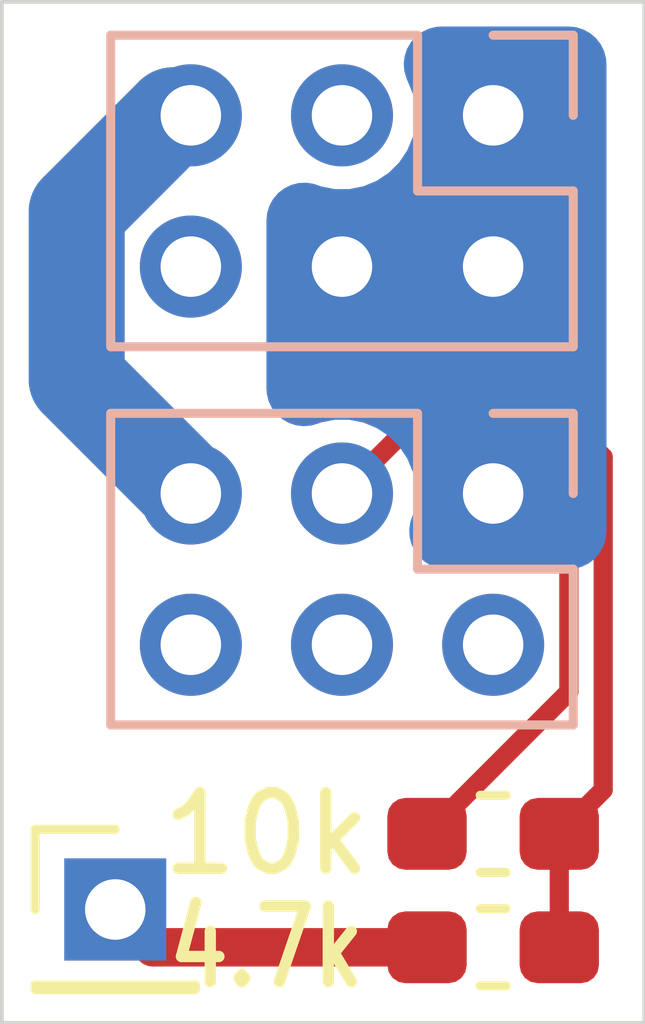
<source format=kicad_pcb>
(kicad_pcb (version 20171130) (host pcbnew 5.1.6~rc1+dfsg1-1)

  (general
    (thickness 1.6)
    (drawings 4)
    (tracks 19)
    (zones 0)
    (modules 5)
    (nets 5)
  )

  (page A4)
  (layers
    (0 F.Cu signal)
    (31 B.Cu signal)
    (32 B.Adhes user)
    (33 F.Adhes user)
    (34 B.Paste user)
    (35 F.Paste user)
    (36 B.SilkS user)
    (37 F.SilkS user)
    (38 B.Mask user)
    (39 F.Mask user)
    (40 Dwgs.User user)
    (41 Cmts.User user)
    (42 Eco1.User user)
    (43 Eco2.User user)
    (44 Edge.Cuts user)
    (45 Margin user)
    (46 B.CrtYd user)
    (47 F.CrtYd user)
    (48 B.Fab user)
    (49 F.Fab user)
  )

  (setup
    (last_trace_width 0.508)
    (user_trace_width 0.254)
    (user_trace_width 0.381)
    (user_trace_width 0.508)
    (user_trace_width 0.762)
    (user_trace_width 1.27)
    (user_trace_width 2.159)
    (trace_clearance 0.2)
    (zone_clearance 0.3)
    (zone_45_only yes)
    (trace_min 0.2)
    (via_size 0.8)
    (via_drill 0.4)
    (via_min_size 0.4)
    (via_min_drill 0.3)
    (uvia_size 0.3)
    (uvia_drill 0.1)
    (uvias_allowed no)
    (uvia_min_size 0.2)
    (uvia_min_drill 0.1)
    (edge_width 0.05)
    (segment_width 0.2)
    (pcb_text_width 0.3)
    (pcb_text_size 1.5 1.5)
    (mod_edge_width 0.12)
    (mod_text_size 1 1)
    (mod_text_width 0.15)
    (pad_size 1.524 1.524)
    (pad_drill 0.762)
    (pad_to_mask_clearance 0.051)
    (solder_mask_min_width 0.25)
    (aux_axis_origin 0 0)
    (visible_elements FFFFFF7F)
    (pcbplotparams
      (layerselection 0x010fc_ffffffff)
      (usegerberextensions true)
      (usegerberattributes false)
      (usegerberadvancedattributes false)
      (creategerberjobfile false)
      (excludeedgelayer true)
      (linewidth 0.100000)
      (plotframeref false)
      (viasonmask false)
      (mode 1)
      (useauxorigin false)
      (hpglpennumber 1)
      (hpglpenspeed 20)
      (hpglpendiameter 15.000000)
      (psnegative false)
      (psa4output false)
      (plotreference true)
      (plotvalue true)
      (plotinvisibletext false)
      (padsonsilk false)
      (subtractmaskfromsilk false)
      (outputformat 1)
      (mirror false)
      (drillshape 0)
      (scaleselection 1)
      (outputdirectory "gerbers"))
  )

  (net 0 "")
  (net 1 +12V)
  (net 2 GND)
  (net 3 "Net-(J4-Pad1)")
  (net 4 "Net-(J2-Pad3)")

  (net_class Default "This is the default net class."
    (clearance 0.2)
    (trace_width 0.25)
    (via_dia 0.8)
    (via_drill 0.4)
    (uvia_dia 0.3)
    (uvia_drill 0.1)
    (add_net +12V)
    (add_net GND)
    (add_net "Net-(J1-Pad3)")
    (add_net "Net-(J1-Pad6)")
    (add_net "Net-(J2-Pad2)")
    (add_net "Net-(J2-Pad3)")
    (add_net "Net-(J2-Pad4)")
    (add_net "Net-(J2-Pad6)")
    (add_net "Net-(J4-Pad1)")
  )

  (module Connector_PinSocket_2.00mm:PinSocket_2x03_P2.00mm_Vertical (layer B.Cu) (tedit 5A19A428) (tstamp 5EE4B43C)
    (at 84 26.5 90)
    (descr "Through hole straight socket strip, 2x03, 2.00mm pitch, double cols (from Kicad 4.0.7), script generated")
    (tags "Through hole socket strip THT 2x03 2.00mm double row")
    (path /5EE4AC98)
    (fp_text reference J2 (at -1 2.5 270) (layer B.SilkS) hide
      (effects (font (size 1 1) (thickness 0.15)) (justify mirror))
    )
    (fp_text value FAN_OUT (at -1 -6.5 270) (layer B.Fab) hide
      (effects (font (size 1 1) (thickness 0.15)) (justify mirror))
    )
    (fp_text user %R (at -1 -2) (layer B.Fab) hide
      (effects (font (size 1 1) (thickness 0.15)) (justify mirror))
    )
    (fp_line (start -3 1) (end 0 1) (layer B.Fab) (width 0.1))
    (fp_line (start 0 1) (end 1 0) (layer B.Fab) (width 0.1))
    (fp_line (start 1 0) (end 1 -5) (layer B.Fab) (width 0.1))
    (fp_line (start 1 -5) (end -3 -5) (layer B.Fab) (width 0.1))
    (fp_line (start -3 -5) (end -3 1) (layer B.Fab) (width 0.1))
    (fp_line (start -3.06 1.06) (end -1 1.06) (layer B.SilkS) (width 0.12))
    (fp_line (start -3.06 1.06) (end -3.06 -5.06) (layer B.SilkS) (width 0.12))
    (fp_line (start -3.06 -5.06) (end 1.06 -5.06) (layer B.SilkS) (width 0.12))
    (fp_line (start 1.06 -1) (end 1.06 -5.06) (layer B.SilkS) (width 0.12))
    (fp_line (start -1 -1) (end 1.06 -1) (layer B.SilkS) (width 0.12))
    (fp_line (start -1 1.06) (end -1 -1) (layer B.SilkS) (width 0.12))
    (fp_line (start 1.06 1.06) (end 1.06 0) (layer B.SilkS) (width 0.12))
    (fp_line (start 0 1.06) (end 1.06 1.06) (layer B.SilkS) (width 0.12))
    (fp_line (start -3.5 1.5) (end 1.5 1.5) (layer B.CrtYd) (width 0.05))
    (fp_line (start 1.5 1.5) (end 1.5 -5.5) (layer B.CrtYd) (width 0.05))
    (fp_line (start 1.5 -5.5) (end -3.5 -5.5) (layer B.CrtYd) (width 0.05))
    (fp_line (start -3.5 -5.5) (end -3.5 1.5) (layer B.CrtYd) (width 0.05))
    (pad 6 thru_hole oval (at -2 -4 90) (size 1.35 1.35) (drill 0.8) (layers *.Cu *.Mask))
    (pad 5 thru_hole oval (at 0 -4 90) (size 1.35 1.35) (drill 0.8) (layers *.Cu *.Mask)
      (net 1 +12V))
    (pad 4 thru_hole oval (at -2 -2 90) (size 1.35 1.35) (drill 0.8) (layers *.Cu *.Mask))
    (pad 3 thru_hole oval (at 0 -2 90) (size 1.35 1.35) (drill 0.8) (layers *.Cu *.Mask)
      (net 4 "Net-(J2-Pad3)"))
    (pad 2 thru_hole oval (at -2 0 90) (size 1.35 1.35) (drill 0.8) (layers *.Cu *.Mask))
    (pad 1 thru_hole rect (at 0 0 90) (size 1.35 1.35) (drill 0.8) (layers *.Cu *.Mask)
      (net 2 GND))
    (model ${KISYS3DMOD}/Connector_PinSocket_2.00mm.3dshapes/PinSocket_2x03_P2.00mm_Vertical.wrl
      (at (xyz 0 0 0))
      (scale (xyz 1 1 1))
      (rotate (xyz 0 0 0))
    )
  )

  (module Connector_PinSocket_2.00mm:PinSocket_2x03_P2.00mm_Vertical (layer B.Cu) (tedit 5A19A428) (tstamp 5EE4C20E)
    (at 84 21.5 90)
    (descr "Through hole straight socket strip, 2x03, 2.00mm pitch, double cols (from Kicad 4.0.7), script generated")
    (tags "Through hole socket strip THT 2x03 2.00mm double row")
    (path /5E9E0BFF)
    (fp_text reference J1 (at -1 2.5 270) (layer B.SilkS) hide
      (effects (font (size 1 1) (thickness 0.15)) (justify mirror))
    )
    (fp_text value FAN_IN (at -1 -6.5 270) (layer B.Fab) hide
      (effects (font (size 1 1) (thickness 0.15)) (justify mirror))
    )
    (fp_text user %R (at -1 -2) (layer B.Fab) hide
      (effects (font (size 1 1) (thickness 0.15)) (justify mirror))
    )
    (fp_line (start -3 1) (end 0 1) (layer B.Fab) (width 0.1))
    (fp_line (start 0 1) (end 1 0) (layer B.Fab) (width 0.1))
    (fp_line (start 1 0) (end 1 -5) (layer B.Fab) (width 0.1))
    (fp_line (start 1 -5) (end -3 -5) (layer B.Fab) (width 0.1))
    (fp_line (start -3 -5) (end -3 1) (layer B.Fab) (width 0.1))
    (fp_line (start -3.06 1.06) (end -1 1.06) (layer B.SilkS) (width 0.12))
    (fp_line (start -3.06 1.06) (end -3.06 -5.06) (layer B.SilkS) (width 0.12))
    (fp_line (start -3.06 -5.06) (end 1.06 -5.06) (layer B.SilkS) (width 0.12))
    (fp_line (start 1.06 -1) (end 1.06 -5.06) (layer B.SilkS) (width 0.12))
    (fp_line (start -1 -1) (end 1.06 -1) (layer B.SilkS) (width 0.12))
    (fp_line (start -1 1.06) (end -1 -1) (layer B.SilkS) (width 0.12))
    (fp_line (start 1.06 1.06) (end 1.06 0) (layer B.SilkS) (width 0.12))
    (fp_line (start 0 1.06) (end 1.06 1.06) (layer B.SilkS) (width 0.12))
    (fp_line (start -3.5 1.5) (end 1.5 1.5) (layer B.CrtYd) (width 0.05))
    (fp_line (start 1.5 1.5) (end 1.5 -5.5) (layer B.CrtYd) (width 0.05))
    (fp_line (start 1.5 -5.5) (end -3.5 -5.5) (layer B.CrtYd) (width 0.05))
    (fp_line (start -3.5 -5.5) (end -3.5 1.5) (layer B.CrtYd) (width 0.05))
    (pad 6 thru_hole oval (at -2 -4 90) (size 1.35 1.35) (drill 0.8) (layers *.Cu *.Mask))
    (pad 5 thru_hole oval (at 0 -4 90) (size 1.35 1.35) (drill 0.8) (layers *.Cu *.Mask)
      (net 1 +12V))
    (pad 4 thru_hole oval (at -2 -2 90) (size 1.35 1.35) (drill 0.8) (layers *.Cu *.Mask)
      (net 2 GND))
    (pad 3 thru_hole oval (at 0 -2 90) (size 1.35 1.35) (drill 0.8) (layers *.Cu *.Mask))
    (pad 2 thru_hole oval (at -2 0 90) (size 1.35 1.35) (drill 0.8) (layers *.Cu *.Mask)
      (net 2 GND))
    (pad 1 thru_hole rect (at 0 0 90) (size 1.35 1.35) (drill 0.8) (layers *.Cu *.Mask)
      (net 2 GND))
    (model ${KISYS3DMOD}/Connector_PinSocket_2.00mm.3dshapes/PinSocket_2x03_P2.00mm_Vertical.wrl
      (at (xyz 0 0 0))
      (scale (xyz 1 1 1))
      (rotate (xyz 0 0 0))
    )
  )

  (module Resistor_SMD:R_0603_1608Metric_Pad1.05x0.95mm_HandSolder (layer F.Cu) (tedit 5B301BBD) (tstamp 5E9D93AF)
    (at 84 32.5)
    (descr "Resistor SMD 0603 (1608 Metric), square (rectangular) end terminal, IPC_7351 nominal with elongated pad for handsoldering. (Body size source: http://www.tortai-tech.com/upload/download/2011102023233369053.pdf), generated with kicad-footprint-generator")
    (tags "resistor handsolder")
    (path /5E9DA170)
    (attr smd)
    (fp_text reference R1 (at 0 -1.43) (layer F.SilkS) hide
      (effects (font (size 1 1) (thickness 0.15)))
    )
    (fp_text value 4.7k (at -3 0) (layer F.SilkS)
      (effects (font (size 1 0.8) (thickness 0.15)))
    )
    (fp_line (start 1.65 0.73) (end -1.65 0.73) (layer F.CrtYd) (width 0.05))
    (fp_line (start 1.65 -0.73) (end 1.65 0.73) (layer F.CrtYd) (width 0.05))
    (fp_line (start -1.65 -0.73) (end 1.65 -0.73) (layer F.CrtYd) (width 0.05))
    (fp_line (start -1.65 0.73) (end -1.65 -0.73) (layer F.CrtYd) (width 0.05))
    (fp_line (start -0.171267 0.51) (end 0.171267 0.51) (layer F.SilkS) (width 0.12))
    (fp_line (start -0.171267 -0.51) (end 0.171267 -0.51) (layer F.SilkS) (width 0.12))
    (fp_line (start 0.8 0.4) (end -0.8 0.4) (layer F.Fab) (width 0.1))
    (fp_line (start 0.8 -0.4) (end 0.8 0.4) (layer F.Fab) (width 0.1))
    (fp_line (start -0.8 -0.4) (end 0.8 -0.4) (layer F.Fab) (width 0.1))
    (fp_line (start -0.8 0.4) (end -0.8 -0.4) (layer F.Fab) (width 0.1))
    (fp_text user %R (at 0 0) (layer F.Fab) hide
      (effects (font (size 0.4 0.4) (thickness 0.06)))
    )
    (pad 2 smd roundrect (at 0.875 0) (size 1.05 0.95) (layers F.Cu F.Paste F.Mask) (roundrect_rratio 0.25)
      (net 4 "Net-(J2-Pad3)"))
    (pad 1 smd roundrect (at -0.875 0) (size 1.05 0.95) (layers F.Cu F.Paste F.Mask) (roundrect_rratio 0.25)
      (net 3 "Net-(J4-Pad1)"))
    (model ${KISYS3DMOD}/Resistor_SMD.3dshapes/R_0603_1608Metric.wrl
      (at (xyz 0 0 0))
      (scale (xyz 1 1 1))
      (rotate (xyz 0 0 0))
    )
  )

  (module Resistor_SMD:R_0603_1608Metric_Pad1.05x0.95mm_HandSolder (layer F.Cu) (tedit 5B301BBD) (tstamp 5E9D90D8)
    (at 84 31 180)
    (descr "Resistor SMD 0603 (1608 Metric), square (rectangular) end terminal, IPC_7351 nominal with elongated pad for handsoldering. (Body size source: http://www.tortai-tech.com/upload/download/2011102023233369053.pdf), generated with kicad-footprint-generator")
    (tags "resistor handsolder")
    (path /5E9DA6C1)
    (attr smd)
    (fp_text reference R2 (at 0 -1.43) (layer F.SilkS) hide
      (effects (font (size 1 1) (thickness 0.15)))
    )
    (fp_text value 10k (at 3 0) (layer F.SilkS)
      (effects (font (size 1 1) (thickness 0.15)))
    )
    (fp_line (start 1.65 0.73) (end -1.65 0.73) (layer F.CrtYd) (width 0.05))
    (fp_line (start 1.65 -0.73) (end 1.65 0.73) (layer F.CrtYd) (width 0.05))
    (fp_line (start -1.65 -0.73) (end 1.65 -0.73) (layer F.CrtYd) (width 0.05))
    (fp_line (start -1.65 0.73) (end -1.65 -0.73) (layer F.CrtYd) (width 0.05))
    (fp_line (start -0.171267 0.51) (end 0.171267 0.51) (layer F.SilkS) (width 0.12))
    (fp_line (start -0.171267 -0.51) (end 0.171267 -0.51) (layer F.SilkS) (width 0.12))
    (fp_line (start 0.8 0.4) (end -0.8 0.4) (layer F.Fab) (width 0.1))
    (fp_line (start 0.8 -0.4) (end 0.8 0.4) (layer F.Fab) (width 0.1))
    (fp_line (start -0.8 -0.4) (end 0.8 -0.4) (layer F.Fab) (width 0.1))
    (fp_line (start -0.8 0.4) (end -0.8 -0.4) (layer F.Fab) (width 0.1))
    (fp_text user %R (at 0 0) (layer F.Fab) hide
      (effects (font (size 0.4 0.4) (thickness 0.06)))
    )
    (pad 2 smd roundrect (at 0.875 0 180) (size 1.05 0.95) (layers F.Cu F.Paste F.Mask) (roundrect_rratio 0.25)
      (net 2 GND))
    (pad 1 smd roundrect (at -0.875 0 180) (size 1.05 0.95) (layers F.Cu F.Paste F.Mask) (roundrect_rratio 0.25)
      (net 4 "Net-(J2-Pad3)"))
    (model ${KISYS3DMOD}/Resistor_SMD.3dshapes/R_0603_1608Metric.wrl
      (at (xyz 0 0 0))
      (scale (xyz 1 1 1))
      (rotate (xyz 0 0 0))
    )
  )

  (module Connector_PinHeader_2.00mm:PinHeader_1x01_P2.00mm_Vertical (layer F.Cu) (tedit 59FED667) (tstamp 5E9D9346)
    (at 79 32)
    (descr "Through hole straight pin header, 1x01, 2.00mm pitch, single row")
    (tags "Through hole pin header THT 1x01 2.00mm single row")
    (path /5E9F17A7)
    (fp_text reference J4 (at 0 -2.06) (layer F.SilkS) hide
      (effects (font (size 1 1) (thickness 0.15)))
    )
    (fp_text value COMM (at 0 2.06) (layer F.Fab) hide
      (effects (font (size 1 1) (thickness 0.15)))
    )
    (fp_text user %R (at 2.5 0 90) (layer F.Fab) hide
      (effects (font (size 1 1) (thickness 0.15)))
    )
    (fp_line (start -0.5 -1) (end 1 -1) (layer F.Fab) (width 0.1))
    (fp_line (start 1 -1) (end 1 1) (layer F.Fab) (width 0.1))
    (fp_line (start 1 1) (end -1 1) (layer F.Fab) (width 0.1))
    (fp_line (start -1 1) (end -1 -0.5) (layer F.Fab) (width 0.1))
    (fp_line (start -1 -0.5) (end -0.5 -1) (layer F.Fab) (width 0.1))
    (fp_line (start -1.06 1.06) (end 1.06 1.06) (layer F.SilkS) (width 0.12))
    (fp_line (start -1.06 1) (end -1.06 1.06) (layer F.SilkS) (width 0.12))
    (fp_line (start 1.06 1) (end 1.06 1.06) (layer F.SilkS) (width 0.12))
    (fp_line (start -1.06 1) (end 1.06 1) (layer F.SilkS) (width 0.12))
    (fp_line (start -1.06 0) (end -1.06 -1.06) (layer F.SilkS) (width 0.12))
    (fp_line (start -1.06 -1.06) (end 0 -1.06) (layer F.SilkS) (width 0.12))
    (fp_line (start -1.5 -1.5) (end -1.5 1.5) (layer F.CrtYd) (width 0.05))
    (fp_line (start -1.5 1.5) (end 1.5 1.5) (layer F.CrtYd) (width 0.05))
    (fp_line (start 1.5 1.5) (end 1.5 -1.5) (layer F.CrtYd) (width 0.05))
    (fp_line (start 1.5 -1.5) (end -1.5 -1.5) (layer F.CrtYd) (width 0.05))
    (pad 1 thru_hole rect (at 0 0) (size 1.35 1.35) (drill 0.8) (layers *.Cu *.Mask)
      (net 3 "Net-(J4-Pad1)"))
    (model ${KISYS3DMOD}/Connector_PinHeader_2.00mm.3dshapes/PinHeader_1x01_P2.00mm_Vertical.wrl
      (at (xyz 0 0 0))
      (scale (xyz 1 1 1))
      (rotate (xyz 0 0 0))
    )
  )

  (gr_line (start 77.5 20) (end 86 20) (layer Edge.Cuts) (width 0.05) (tstamp 5EE4C77E))
  (gr_line (start 77.5 33.5) (end 77.5 20) (layer Edge.Cuts) (width 0.05))
  (gr_line (start 86 33.5) (end 77.5 33.5) (layer Edge.Cuts) (width 0.05))
  (gr_line (start 86 20) (end 86 33.5) (layer Edge.Cuts) (width 0.05))

  (segment (start 78.489999 24.989999) (end 80 26.5) (width 1.27) (layer B.Cu) (net 1))
  (segment (start 78.489999 22.775199) (end 78.489999 24.989999) (width 1.27) (layer B.Cu) (net 1))
  (segment (start 79.765198 21.5) (end 78.489999 22.775199) (width 1.27) (layer B.Cu) (net 1))
  (segment (start 80 21.5) (end 79.765198 21.5) (width 1.27) (layer B.Cu) (net 1))
  (segment (start 79.765198 21.5) (end 80 21.5) (width 1.27) (layer F.Cu) (net 1))
  (segment (start 78.489999 24.989999) (end 78.489999 22.775199) (width 1.27) (layer F.Cu) (net 1))
  (segment (start 78.489999 22.775199) (end 79.765198 21.5) (width 1.27) (layer F.Cu) (net 1))
  (segment (start 80 26.5) (end 78.489999 24.989999) (width 1.27) (layer F.Cu) (net 1))
  (segment (start 85.002001 27.502001) (end 84 26.5) (width 0.254) (layer F.Cu) (net 2))
  (segment (start 85.002001 29.122999) (end 85.002001 27.502001) (width 0.254) (layer F.Cu) (net 2))
  (segment (start 83.125 31) (end 85.002001 29.122999) (width 0.254) (layer F.Cu) (net 2))
  (segment (start 79.5 32.5) (end 79 32) (width 0.508) (layer F.Cu) (net 3))
  (segment (start 83.125 32.5) (end 79.5 32.5) (width 0.508) (layer F.Cu) (net 3))
  (segment (start 83.002001 25.497999) (end 82 26.5) (width 0.254) (layer F.Cu) (net 4))
  (segment (start 84.936601 25.497999) (end 83.002001 25.497999) (width 0.254) (layer F.Cu) (net 4))
  (segment (start 85.456011 26.017409) (end 84.936601 25.497999) (width 0.254) (layer F.Cu) (net 4))
  (segment (start 85.456011 30.418989) (end 85.456011 26.017409) (width 0.254) (layer F.Cu) (net 4))
  (segment (start 84.875 31) (end 85.456011 30.418989) (width 0.254) (layer F.Cu) (net 4))
  (segment (start 84.875 32.5) (end 84.875 31) (width 0.254) (layer F.Cu) (net 4))

  (zone (net 2) (net_name GND) (layer B.Cu) (tstamp 0) (hatch edge 0.508)
    (connect_pads yes (clearance 0.3))
    (min_thickness 1)
    (fill yes (arc_segments 32) (thermal_gap 2) (thermal_bridge_width 2))
    (polygon
      (pts
        (xy 85.5 27.5) (xy 81 27.5) (xy 81 20) (xy 85.5 20)
      )
    )
    (filled_polygon
      (pts
        (xy 85 27) (xy 83.389422 27) (xy 83.418317 26.930242) (xy 83.475 26.645275) (xy 83.475 26.354725)
        (xy 83.418317 26.069758) (xy 83.307128 25.801325) (xy 83.145707 25.559742) (xy 82.940258 25.354293) (xy 82.698675 25.192872)
        (xy 82.430242 25.081683) (xy 82.145275 25.025) (xy 81.854725 25.025) (xy 81.569758 25.081683) (xy 81.5 25.110578)
        (xy 81.5 22.889422) (xy 81.569758 22.918317) (xy 81.854725 22.975) (xy 82.145275 22.975) (xy 82.430242 22.918317)
        (xy 82.698675 22.807128) (xy 82.940258 22.645707) (xy 83.145707 22.440258) (xy 83.307128 22.198675) (xy 83.418317 21.930242)
        (xy 83.475 21.645275) (xy 83.475 21.354725) (xy 83.418317 21.069758) (xy 83.316935 20.825) (xy 85 20.825)
      )
    )
  )
)

</source>
